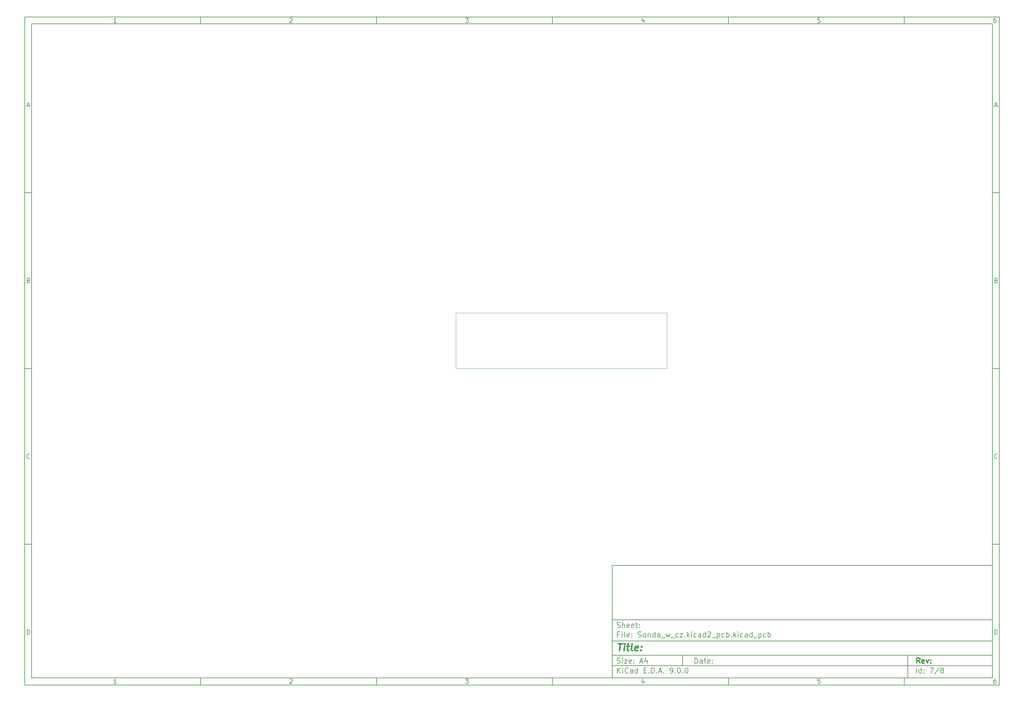
<source format=gm1>
%TF.GenerationSoftware,KiCad,Pcbnew,9.0.0*%
%TF.CreationDate,2025-03-20T15:23:59+01:00*%
%TF.ProjectId,Sonda_w_cz.kicad2_pcb,536f6e64-615f-4775-9f63-7a2e6b696361,rev?*%
%TF.SameCoordinates,Original*%
%TF.FileFunction,Profile,NP*%
%FSLAX46Y46*%
G04 Gerber Fmt 4.6, Leading zero omitted, Abs format (unit mm)*
G04 Created by KiCad (PCBNEW 9.0.0) date 2025-03-20 15:23:59*
%MOMM*%
%LPD*%
G01*
G04 APERTURE LIST*
%ADD10C,0.100000*%
%ADD11C,0.150000*%
%ADD12C,0.300000*%
%ADD13C,0.400000*%
%TA.AperFunction,Profile*%
%ADD14C,0.100000*%
%TD*%
G04 APERTURE END LIST*
D10*
D11*
X177002200Y-166007200D02*
X285002200Y-166007200D01*
X285002200Y-198007200D01*
X177002200Y-198007200D01*
X177002200Y-166007200D01*
D10*
D11*
X10000000Y-10000000D02*
X287002200Y-10000000D01*
X287002200Y-200007200D01*
X10000000Y-200007200D01*
X10000000Y-10000000D01*
D10*
D11*
X12000000Y-12000000D02*
X285002200Y-12000000D01*
X285002200Y-198007200D01*
X12000000Y-198007200D01*
X12000000Y-12000000D01*
D10*
D11*
X60000000Y-12000000D02*
X60000000Y-10000000D01*
D10*
D11*
X110000000Y-12000000D02*
X110000000Y-10000000D01*
D10*
D11*
X160000000Y-12000000D02*
X160000000Y-10000000D01*
D10*
D11*
X210000000Y-12000000D02*
X210000000Y-10000000D01*
D10*
D11*
X260000000Y-12000000D02*
X260000000Y-10000000D01*
D10*
D11*
X36089160Y-11593604D02*
X35346303Y-11593604D01*
X35717731Y-11593604D02*
X35717731Y-10293604D01*
X35717731Y-10293604D02*
X35593922Y-10479319D01*
X35593922Y-10479319D02*
X35470112Y-10603128D01*
X35470112Y-10603128D02*
X35346303Y-10665033D01*
D10*
D11*
X85346303Y-10417414D02*
X85408207Y-10355509D01*
X85408207Y-10355509D02*
X85532017Y-10293604D01*
X85532017Y-10293604D02*
X85841541Y-10293604D01*
X85841541Y-10293604D02*
X85965350Y-10355509D01*
X85965350Y-10355509D02*
X86027255Y-10417414D01*
X86027255Y-10417414D02*
X86089160Y-10541223D01*
X86089160Y-10541223D02*
X86089160Y-10665033D01*
X86089160Y-10665033D02*
X86027255Y-10850747D01*
X86027255Y-10850747D02*
X85284398Y-11593604D01*
X85284398Y-11593604D02*
X86089160Y-11593604D01*
D10*
D11*
X135284398Y-10293604D02*
X136089160Y-10293604D01*
X136089160Y-10293604D02*
X135655826Y-10788842D01*
X135655826Y-10788842D02*
X135841541Y-10788842D01*
X135841541Y-10788842D02*
X135965350Y-10850747D01*
X135965350Y-10850747D02*
X136027255Y-10912652D01*
X136027255Y-10912652D02*
X136089160Y-11036461D01*
X136089160Y-11036461D02*
X136089160Y-11345985D01*
X136089160Y-11345985D02*
X136027255Y-11469795D01*
X136027255Y-11469795D02*
X135965350Y-11531700D01*
X135965350Y-11531700D02*
X135841541Y-11593604D01*
X135841541Y-11593604D02*
X135470112Y-11593604D01*
X135470112Y-11593604D02*
X135346303Y-11531700D01*
X135346303Y-11531700D02*
X135284398Y-11469795D01*
D10*
D11*
X185965350Y-10726938D02*
X185965350Y-11593604D01*
X185655826Y-10231700D02*
X185346303Y-11160271D01*
X185346303Y-11160271D02*
X186151064Y-11160271D01*
D10*
D11*
X236027255Y-10293604D02*
X235408207Y-10293604D01*
X235408207Y-10293604D02*
X235346303Y-10912652D01*
X235346303Y-10912652D02*
X235408207Y-10850747D01*
X235408207Y-10850747D02*
X235532017Y-10788842D01*
X235532017Y-10788842D02*
X235841541Y-10788842D01*
X235841541Y-10788842D02*
X235965350Y-10850747D01*
X235965350Y-10850747D02*
X236027255Y-10912652D01*
X236027255Y-10912652D02*
X236089160Y-11036461D01*
X236089160Y-11036461D02*
X236089160Y-11345985D01*
X236089160Y-11345985D02*
X236027255Y-11469795D01*
X236027255Y-11469795D02*
X235965350Y-11531700D01*
X235965350Y-11531700D02*
X235841541Y-11593604D01*
X235841541Y-11593604D02*
X235532017Y-11593604D01*
X235532017Y-11593604D02*
X235408207Y-11531700D01*
X235408207Y-11531700D02*
X235346303Y-11469795D01*
D10*
D11*
X285965350Y-10293604D02*
X285717731Y-10293604D01*
X285717731Y-10293604D02*
X285593922Y-10355509D01*
X285593922Y-10355509D02*
X285532017Y-10417414D01*
X285532017Y-10417414D02*
X285408207Y-10603128D01*
X285408207Y-10603128D02*
X285346303Y-10850747D01*
X285346303Y-10850747D02*
X285346303Y-11345985D01*
X285346303Y-11345985D02*
X285408207Y-11469795D01*
X285408207Y-11469795D02*
X285470112Y-11531700D01*
X285470112Y-11531700D02*
X285593922Y-11593604D01*
X285593922Y-11593604D02*
X285841541Y-11593604D01*
X285841541Y-11593604D02*
X285965350Y-11531700D01*
X285965350Y-11531700D02*
X286027255Y-11469795D01*
X286027255Y-11469795D02*
X286089160Y-11345985D01*
X286089160Y-11345985D02*
X286089160Y-11036461D01*
X286089160Y-11036461D02*
X286027255Y-10912652D01*
X286027255Y-10912652D02*
X285965350Y-10850747D01*
X285965350Y-10850747D02*
X285841541Y-10788842D01*
X285841541Y-10788842D02*
X285593922Y-10788842D01*
X285593922Y-10788842D02*
X285470112Y-10850747D01*
X285470112Y-10850747D02*
X285408207Y-10912652D01*
X285408207Y-10912652D02*
X285346303Y-11036461D01*
D10*
D11*
X60000000Y-198007200D02*
X60000000Y-200007200D01*
D10*
D11*
X110000000Y-198007200D02*
X110000000Y-200007200D01*
D10*
D11*
X160000000Y-198007200D02*
X160000000Y-200007200D01*
D10*
D11*
X210000000Y-198007200D02*
X210000000Y-200007200D01*
D10*
D11*
X260000000Y-198007200D02*
X260000000Y-200007200D01*
D10*
D11*
X36089160Y-199600804D02*
X35346303Y-199600804D01*
X35717731Y-199600804D02*
X35717731Y-198300804D01*
X35717731Y-198300804D02*
X35593922Y-198486519D01*
X35593922Y-198486519D02*
X35470112Y-198610328D01*
X35470112Y-198610328D02*
X35346303Y-198672233D01*
D10*
D11*
X85346303Y-198424614D02*
X85408207Y-198362709D01*
X85408207Y-198362709D02*
X85532017Y-198300804D01*
X85532017Y-198300804D02*
X85841541Y-198300804D01*
X85841541Y-198300804D02*
X85965350Y-198362709D01*
X85965350Y-198362709D02*
X86027255Y-198424614D01*
X86027255Y-198424614D02*
X86089160Y-198548423D01*
X86089160Y-198548423D02*
X86089160Y-198672233D01*
X86089160Y-198672233D02*
X86027255Y-198857947D01*
X86027255Y-198857947D02*
X85284398Y-199600804D01*
X85284398Y-199600804D02*
X86089160Y-199600804D01*
D10*
D11*
X135284398Y-198300804D02*
X136089160Y-198300804D01*
X136089160Y-198300804D02*
X135655826Y-198796042D01*
X135655826Y-198796042D02*
X135841541Y-198796042D01*
X135841541Y-198796042D02*
X135965350Y-198857947D01*
X135965350Y-198857947D02*
X136027255Y-198919852D01*
X136027255Y-198919852D02*
X136089160Y-199043661D01*
X136089160Y-199043661D02*
X136089160Y-199353185D01*
X136089160Y-199353185D02*
X136027255Y-199476995D01*
X136027255Y-199476995D02*
X135965350Y-199538900D01*
X135965350Y-199538900D02*
X135841541Y-199600804D01*
X135841541Y-199600804D02*
X135470112Y-199600804D01*
X135470112Y-199600804D02*
X135346303Y-199538900D01*
X135346303Y-199538900D02*
X135284398Y-199476995D01*
D10*
D11*
X185965350Y-198734138D02*
X185965350Y-199600804D01*
X185655826Y-198238900D02*
X185346303Y-199167471D01*
X185346303Y-199167471D02*
X186151064Y-199167471D01*
D10*
D11*
X236027255Y-198300804D02*
X235408207Y-198300804D01*
X235408207Y-198300804D02*
X235346303Y-198919852D01*
X235346303Y-198919852D02*
X235408207Y-198857947D01*
X235408207Y-198857947D02*
X235532017Y-198796042D01*
X235532017Y-198796042D02*
X235841541Y-198796042D01*
X235841541Y-198796042D02*
X235965350Y-198857947D01*
X235965350Y-198857947D02*
X236027255Y-198919852D01*
X236027255Y-198919852D02*
X236089160Y-199043661D01*
X236089160Y-199043661D02*
X236089160Y-199353185D01*
X236089160Y-199353185D02*
X236027255Y-199476995D01*
X236027255Y-199476995D02*
X235965350Y-199538900D01*
X235965350Y-199538900D02*
X235841541Y-199600804D01*
X235841541Y-199600804D02*
X235532017Y-199600804D01*
X235532017Y-199600804D02*
X235408207Y-199538900D01*
X235408207Y-199538900D02*
X235346303Y-199476995D01*
D10*
D11*
X285965350Y-198300804D02*
X285717731Y-198300804D01*
X285717731Y-198300804D02*
X285593922Y-198362709D01*
X285593922Y-198362709D02*
X285532017Y-198424614D01*
X285532017Y-198424614D02*
X285408207Y-198610328D01*
X285408207Y-198610328D02*
X285346303Y-198857947D01*
X285346303Y-198857947D02*
X285346303Y-199353185D01*
X285346303Y-199353185D02*
X285408207Y-199476995D01*
X285408207Y-199476995D02*
X285470112Y-199538900D01*
X285470112Y-199538900D02*
X285593922Y-199600804D01*
X285593922Y-199600804D02*
X285841541Y-199600804D01*
X285841541Y-199600804D02*
X285965350Y-199538900D01*
X285965350Y-199538900D02*
X286027255Y-199476995D01*
X286027255Y-199476995D02*
X286089160Y-199353185D01*
X286089160Y-199353185D02*
X286089160Y-199043661D01*
X286089160Y-199043661D02*
X286027255Y-198919852D01*
X286027255Y-198919852D02*
X285965350Y-198857947D01*
X285965350Y-198857947D02*
X285841541Y-198796042D01*
X285841541Y-198796042D02*
X285593922Y-198796042D01*
X285593922Y-198796042D02*
X285470112Y-198857947D01*
X285470112Y-198857947D02*
X285408207Y-198919852D01*
X285408207Y-198919852D02*
X285346303Y-199043661D01*
D10*
D11*
X10000000Y-60000000D02*
X12000000Y-60000000D01*
D10*
D11*
X10000000Y-110000000D02*
X12000000Y-110000000D01*
D10*
D11*
X10000000Y-160000000D02*
X12000000Y-160000000D01*
D10*
D11*
X10690476Y-35222176D02*
X11309523Y-35222176D01*
X10566666Y-35593604D02*
X10999999Y-34293604D01*
X10999999Y-34293604D02*
X11433333Y-35593604D01*
D10*
D11*
X11092857Y-84912652D02*
X11278571Y-84974557D01*
X11278571Y-84974557D02*
X11340476Y-85036461D01*
X11340476Y-85036461D02*
X11402380Y-85160271D01*
X11402380Y-85160271D02*
X11402380Y-85345985D01*
X11402380Y-85345985D02*
X11340476Y-85469795D01*
X11340476Y-85469795D02*
X11278571Y-85531700D01*
X11278571Y-85531700D02*
X11154761Y-85593604D01*
X11154761Y-85593604D02*
X10659523Y-85593604D01*
X10659523Y-85593604D02*
X10659523Y-84293604D01*
X10659523Y-84293604D02*
X11092857Y-84293604D01*
X11092857Y-84293604D02*
X11216666Y-84355509D01*
X11216666Y-84355509D02*
X11278571Y-84417414D01*
X11278571Y-84417414D02*
X11340476Y-84541223D01*
X11340476Y-84541223D02*
X11340476Y-84665033D01*
X11340476Y-84665033D02*
X11278571Y-84788842D01*
X11278571Y-84788842D02*
X11216666Y-84850747D01*
X11216666Y-84850747D02*
X11092857Y-84912652D01*
X11092857Y-84912652D02*
X10659523Y-84912652D01*
D10*
D11*
X11402380Y-135469795D02*
X11340476Y-135531700D01*
X11340476Y-135531700D02*
X11154761Y-135593604D01*
X11154761Y-135593604D02*
X11030952Y-135593604D01*
X11030952Y-135593604D02*
X10845238Y-135531700D01*
X10845238Y-135531700D02*
X10721428Y-135407890D01*
X10721428Y-135407890D02*
X10659523Y-135284080D01*
X10659523Y-135284080D02*
X10597619Y-135036461D01*
X10597619Y-135036461D02*
X10597619Y-134850747D01*
X10597619Y-134850747D02*
X10659523Y-134603128D01*
X10659523Y-134603128D02*
X10721428Y-134479319D01*
X10721428Y-134479319D02*
X10845238Y-134355509D01*
X10845238Y-134355509D02*
X11030952Y-134293604D01*
X11030952Y-134293604D02*
X11154761Y-134293604D01*
X11154761Y-134293604D02*
X11340476Y-134355509D01*
X11340476Y-134355509D02*
X11402380Y-134417414D01*
D10*
D11*
X10659523Y-185593604D02*
X10659523Y-184293604D01*
X10659523Y-184293604D02*
X10969047Y-184293604D01*
X10969047Y-184293604D02*
X11154761Y-184355509D01*
X11154761Y-184355509D02*
X11278571Y-184479319D01*
X11278571Y-184479319D02*
X11340476Y-184603128D01*
X11340476Y-184603128D02*
X11402380Y-184850747D01*
X11402380Y-184850747D02*
X11402380Y-185036461D01*
X11402380Y-185036461D02*
X11340476Y-185284080D01*
X11340476Y-185284080D02*
X11278571Y-185407890D01*
X11278571Y-185407890D02*
X11154761Y-185531700D01*
X11154761Y-185531700D02*
X10969047Y-185593604D01*
X10969047Y-185593604D02*
X10659523Y-185593604D01*
D10*
D11*
X287002200Y-60000000D02*
X285002200Y-60000000D01*
D10*
D11*
X287002200Y-110000000D02*
X285002200Y-110000000D01*
D10*
D11*
X287002200Y-160000000D02*
X285002200Y-160000000D01*
D10*
D11*
X285692676Y-35222176D02*
X286311723Y-35222176D01*
X285568866Y-35593604D02*
X286002199Y-34293604D01*
X286002199Y-34293604D02*
X286435533Y-35593604D01*
D10*
D11*
X286095057Y-84912652D02*
X286280771Y-84974557D01*
X286280771Y-84974557D02*
X286342676Y-85036461D01*
X286342676Y-85036461D02*
X286404580Y-85160271D01*
X286404580Y-85160271D02*
X286404580Y-85345985D01*
X286404580Y-85345985D02*
X286342676Y-85469795D01*
X286342676Y-85469795D02*
X286280771Y-85531700D01*
X286280771Y-85531700D02*
X286156961Y-85593604D01*
X286156961Y-85593604D02*
X285661723Y-85593604D01*
X285661723Y-85593604D02*
X285661723Y-84293604D01*
X285661723Y-84293604D02*
X286095057Y-84293604D01*
X286095057Y-84293604D02*
X286218866Y-84355509D01*
X286218866Y-84355509D02*
X286280771Y-84417414D01*
X286280771Y-84417414D02*
X286342676Y-84541223D01*
X286342676Y-84541223D02*
X286342676Y-84665033D01*
X286342676Y-84665033D02*
X286280771Y-84788842D01*
X286280771Y-84788842D02*
X286218866Y-84850747D01*
X286218866Y-84850747D02*
X286095057Y-84912652D01*
X286095057Y-84912652D02*
X285661723Y-84912652D01*
D10*
D11*
X286404580Y-135469795D02*
X286342676Y-135531700D01*
X286342676Y-135531700D02*
X286156961Y-135593604D01*
X286156961Y-135593604D02*
X286033152Y-135593604D01*
X286033152Y-135593604D02*
X285847438Y-135531700D01*
X285847438Y-135531700D02*
X285723628Y-135407890D01*
X285723628Y-135407890D02*
X285661723Y-135284080D01*
X285661723Y-135284080D02*
X285599819Y-135036461D01*
X285599819Y-135036461D02*
X285599819Y-134850747D01*
X285599819Y-134850747D02*
X285661723Y-134603128D01*
X285661723Y-134603128D02*
X285723628Y-134479319D01*
X285723628Y-134479319D02*
X285847438Y-134355509D01*
X285847438Y-134355509D02*
X286033152Y-134293604D01*
X286033152Y-134293604D02*
X286156961Y-134293604D01*
X286156961Y-134293604D02*
X286342676Y-134355509D01*
X286342676Y-134355509D02*
X286404580Y-134417414D01*
D10*
D11*
X285661723Y-185593604D02*
X285661723Y-184293604D01*
X285661723Y-184293604D02*
X285971247Y-184293604D01*
X285971247Y-184293604D02*
X286156961Y-184355509D01*
X286156961Y-184355509D02*
X286280771Y-184479319D01*
X286280771Y-184479319D02*
X286342676Y-184603128D01*
X286342676Y-184603128D02*
X286404580Y-184850747D01*
X286404580Y-184850747D02*
X286404580Y-185036461D01*
X286404580Y-185036461D02*
X286342676Y-185284080D01*
X286342676Y-185284080D02*
X286280771Y-185407890D01*
X286280771Y-185407890D02*
X286156961Y-185531700D01*
X286156961Y-185531700D02*
X285971247Y-185593604D01*
X285971247Y-185593604D02*
X285661723Y-185593604D01*
D10*
D11*
X200458026Y-193793328D02*
X200458026Y-192293328D01*
X200458026Y-192293328D02*
X200815169Y-192293328D01*
X200815169Y-192293328D02*
X201029455Y-192364757D01*
X201029455Y-192364757D02*
X201172312Y-192507614D01*
X201172312Y-192507614D02*
X201243741Y-192650471D01*
X201243741Y-192650471D02*
X201315169Y-192936185D01*
X201315169Y-192936185D02*
X201315169Y-193150471D01*
X201315169Y-193150471D02*
X201243741Y-193436185D01*
X201243741Y-193436185D02*
X201172312Y-193579042D01*
X201172312Y-193579042D02*
X201029455Y-193721900D01*
X201029455Y-193721900D02*
X200815169Y-193793328D01*
X200815169Y-193793328D02*
X200458026Y-193793328D01*
X202600884Y-193793328D02*
X202600884Y-193007614D01*
X202600884Y-193007614D02*
X202529455Y-192864757D01*
X202529455Y-192864757D02*
X202386598Y-192793328D01*
X202386598Y-192793328D02*
X202100884Y-192793328D01*
X202100884Y-192793328D02*
X201958026Y-192864757D01*
X202600884Y-193721900D02*
X202458026Y-193793328D01*
X202458026Y-193793328D02*
X202100884Y-193793328D01*
X202100884Y-193793328D02*
X201958026Y-193721900D01*
X201958026Y-193721900D02*
X201886598Y-193579042D01*
X201886598Y-193579042D02*
X201886598Y-193436185D01*
X201886598Y-193436185D02*
X201958026Y-193293328D01*
X201958026Y-193293328D02*
X202100884Y-193221900D01*
X202100884Y-193221900D02*
X202458026Y-193221900D01*
X202458026Y-193221900D02*
X202600884Y-193150471D01*
X203100884Y-192793328D02*
X203672312Y-192793328D01*
X203315169Y-192293328D02*
X203315169Y-193579042D01*
X203315169Y-193579042D02*
X203386598Y-193721900D01*
X203386598Y-193721900D02*
X203529455Y-193793328D01*
X203529455Y-193793328D02*
X203672312Y-193793328D01*
X204743741Y-193721900D02*
X204600884Y-193793328D01*
X204600884Y-193793328D02*
X204315170Y-193793328D01*
X204315170Y-193793328D02*
X204172312Y-193721900D01*
X204172312Y-193721900D02*
X204100884Y-193579042D01*
X204100884Y-193579042D02*
X204100884Y-193007614D01*
X204100884Y-193007614D02*
X204172312Y-192864757D01*
X204172312Y-192864757D02*
X204315170Y-192793328D01*
X204315170Y-192793328D02*
X204600884Y-192793328D01*
X204600884Y-192793328D02*
X204743741Y-192864757D01*
X204743741Y-192864757D02*
X204815170Y-193007614D01*
X204815170Y-193007614D02*
X204815170Y-193150471D01*
X204815170Y-193150471D02*
X204100884Y-193293328D01*
X205458026Y-193650471D02*
X205529455Y-193721900D01*
X205529455Y-193721900D02*
X205458026Y-193793328D01*
X205458026Y-193793328D02*
X205386598Y-193721900D01*
X205386598Y-193721900D02*
X205458026Y-193650471D01*
X205458026Y-193650471D02*
X205458026Y-193793328D01*
X205458026Y-192864757D02*
X205529455Y-192936185D01*
X205529455Y-192936185D02*
X205458026Y-193007614D01*
X205458026Y-193007614D02*
X205386598Y-192936185D01*
X205386598Y-192936185D02*
X205458026Y-192864757D01*
X205458026Y-192864757D02*
X205458026Y-193007614D01*
D10*
D11*
X177002200Y-194507200D02*
X285002200Y-194507200D01*
D10*
D11*
X178458026Y-196593328D02*
X178458026Y-195093328D01*
X179315169Y-196593328D02*
X178672312Y-195736185D01*
X179315169Y-195093328D02*
X178458026Y-195950471D01*
X179958026Y-196593328D02*
X179958026Y-195593328D01*
X179958026Y-195093328D02*
X179886598Y-195164757D01*
X179886598Y-195164757D02*
X179958026Y-195236185D01*
X179958026Y-195236185D02*
X180029455Y-195164757D01*
X180029455Y-195164757D02*
X179958026Y-195093328D01*
X179958026Y-195093328D02*
X179958026Y-195236185D01*
X181529455Y-196450471D02*
X181458027Y-196521900D01*
X181458027Y-196521900D02*
X181243741Y-196593328D01*
X181243741Y-196593328D02*
X181100884Y-196593328D01*
X181100884Y-196593328D02*
X180886598Y-196521900D01*
X180886598Y-196521900D02*
X180743741Y-196379042D01*
X180743741Y-196379042D02*
X180672312Y-196236185D01*
X180672312Y-196236185D02*
X180600884Y-195950471D01*
X180600884Y-195950471D02*
X180600884Y-195736185D01*
X180600884Y-195736185D02*
X180672312Y-195450471D01*
X180672312Y-195450471D02*
X180743741Y-195307614D01*
X180743741Y-195307614D02*
X180886598Y-195164757D01*
X180886598Y-195164757D02*
X181100884Y-195093328D01*
X181100884Y-195093328D02*
X181243741Y-195093328D01*
X181243741Y-195093328D02*
X181458027Y-195164757D01*
X181458027Y-195164757D02*
X181529455Y-195236185D01*
X182815170Y-196593328D02*
X182815170Y-195807614D01*
X182815170Y-195807614D02*
X182743741Y-195664757D01*
X182743741Y-195664757D02*
X182600884Y-195593328D01*
X182600884Y-195593328D02*
X182315170Y-195593328D01*
X182315170Y-195593328D02*
X182172312Y-195664757D01*
X182815170Y-196521900D02*
X182672312Y-196593328D01*
X182672312Y-196593328D02*
X182315170Y-196593328D01*
X182315170Y-196593328D02*
X182172312Y-196521900D01*
X182172312Y-196521900D02*
X182100884Y-196379042D01*
X182100884Y-196379042D02*
X182100884Y-196236185D01*
X182100884Y-196236185D02*
X182172312Y-196093328D01*
X182172312Y-196093328D02*
X182315170Y-196021900D01*
X182315170Y-196021900D02*
X182672312Y-196021900D01*
X182672312Y-196021900D02*
X182815170Y-195950471D01*
X184172313Y-196593328D02*
X184172313Y-195093328D01*
X184172313Y-196521900D02*
X184029455Y-196593328D01*
X184029455Y-196593328D02*
X183743741Y-196593328D01*
X183743741Y-196593328D02*
X183600884Y-196521900D01*
X183600884Y-196521900D02*
X183529455Y-196450471D01*
X183529455Y-196450471D02*
X183458027Y-196307614D01*
X183458027Y-196307614D02*
X183458027Y-195879042D01*
X183458027Y-195879042D02*
X183529455Y-195736185D01*
X183529455Y-195736185D02*
X183600884Y-195664757D01*
X183600884Y-195664757D02*
X183743741Y-195593328D01*
X183743741Y-195593328D02*
X184029455Y-195593328D01*
X184029455Y-195593328D02*
X184172313Y-195664757D01*
X186029455Y-195807614D02*
X186529455Y-195807614D01*
X186743741Y-196593328D02*
X186029455Y-196593328D01*
X186029455Y-196593328D02*
X186029455Y-195093328D01*
X186029455Y-195093328D02*
X186743741Y-195093328D01*
X187386598Y-196450471D02*
X187458027Y-196521900D01*
X187458027Y-196521900D02*
X187386598Y-196593328D01*
X187386598Y-196593328D02*
X187315170Y-196521900D01*
X187315170Y-196521900D02*
X187386598Y-196450471D01*
X187386598Y-196450471D02*
X187386598Y-196593328D01*
X188100884Y-196593328D02*
X188100884Y-195093328D01*
X188100884Y-195093328D02*
X188458027Y-195093328D01*
X188458027Y-195093328D02*
X188672313Y-195164757D01*
X188672313Y-195164757D02*
X188815170Y-195307614D01*
X188815170Y-195307614D02*
X188886599Y-195450471D01*
X188886599Y-195450471D02*
X188958027Y-195736185D01*
X188958027Y-195736185D02*
X188958027Y-195950471D01*
X188958027Y-195950471D02*
X188886599Y-196236185D01*
X188886599Y-196236185D02*
X188815170Y-196379042D01*
X188815170Y-196379042D02*
X188672313Y-196521900D01*
X188672313Y-196521900D02*
X188458027Y-196593328D01*
X188458027Y-196593328D02*
X188100884Y-196593328D01*
X189600884Y-196450471D02*
X189672313Y-196521900D01*
X189672313Y-196521900D02*
X189600884Y-196593328D01*
X189600884Y-196593328D02*
X189529456Y-196521900D01*
X189529456Y-196521900D02*
X189600884Y-196450471D01*
X189600884Y-196450471D02*
X189600884Y-196593328D01*
X190243742Y-196164757D02*
X190958028Y-196164757D01*
X190100885Y-196593328D02*
X190600885Y-195093328D01*
X190600885Y-195093328D02*
X191100885Y-196593328D01*
X191600884Y-196450471D02*
X191672313Y-196521900D01*
X191672313Y-196521900D02*
X191600884Y-196593328D01*
X191600884Y-196593328D02*
X191529456Y-196521900D01*
X191529456Y-196521900D02*
X191600884Y-196450471D01*
X191600884Y-196450471D02*
X191600884Y-196593328D01*
X193529456Y-196593328D02*
X193815170Y-196593328D01*
X193815170Y-196593328D02*
X193958027Y-196521900D01*
X193958027Y-196521900D02*
X194029456Y-196450471D01*
X194029456Y-196450471D02*
X194172313Y-196236185D01*
X194172313Y-196236185D02*
X194243742Y-195950471D01*
X194243742Y-195950471D02*
X194243742Y-195379042D01*
X194243742Y-195379042D02*
X194172313Y-195236185D01*
X194172313Y-195236185D02*
X194100885Y-195164757D01*
X194100885Y-195164757D02*
X193958027Y-195093328D01*
X193958027Y-195093328D02*
X193672313Y-195093328D01*
X193672313Y-195093328D02*
X193529456Y-195164757D01*
X193529456Y-195164757D02*
X193458027Y-195236185D01*
X193458027Y-195236185D02*
X193386599Y-195379042D01*
X193386599Y-195379042D02*
X193386599Y-195736185D01*
X193386599Y-195736185D02*
X193458027Y-195879042D01*
X193458027Y-195879042D02*
X193529456Y-195950471D01*
X193529456Y-195950471D02*
X193672313Y-196021900D01*
X193672313Y-196021900D02*
X193958027Y-196021900D01*
X193958027Y-196021900D02*
X194100885Y-195950471D01*
X194100885Y-195950471D02*
X194172313Y-195879042D01*
X194172313Y-195879042D02*
X194243742Y-195736185D01*
X194886598Y-196450471D02*
X194958027Y-196521900D01*
X194958027Y-196521900D02*
X194886598Y-196593328D01*
X194886598Y-196593328D02*
X194815170Y-196521900D01*
X194815170Y-196521900D02*
X194886598Y-196450471D01*
X194886598Y-196450471D02*
X194886598Y-196593328D01*
X195886599Y-195093328D02*
X196029456Y-195093328D01*
X196029456Y-195093328D02*
X196172313Y-195164757D01*
X196172313Y-195164757D02*
X196243742Y-195236185D01*
X196243742Y-195236185D02*
X196315170Y-195379042D01*
X196315170Y-195379042D02*
X196386599Y-195664757D01*
X196386599Y-195664757D02*
X196386599Y-196021900D01*
X196386599Y-196021900D02*
X196315170Y-196307614D01*
X196315170Y-196307614D02*
X196243742Y-196450471D01*
X196243742Y-196450471D02*
X196172313Y-196521900D01*
X196172313Y-196521900D02*
X196029456Y-196593328D01*
X196029456Y-196593328D02*
X195886599Y-196593328D01*
X195886599Y-196593328D02*
X195743742Y-196521900D01*
X195743742Y-196521900D02*
X195672313Y-196450471D01*
X195672313Y-196450471D02*
X195600884Y-196307614D01*
X195600884Y-196307614D02*
X195529456Y-196021900D01*
X195529456Y-196021900D02*
X195529456Y-195664757D01*
X195529456Y-195664757D02*
X195600884Y-195379042D01*
X195600884Y-195379042D02*
X195672313Y-195236185D01*
X195672313Y-195236185D02*
X195743742Y-195164757D01*
X195743742Y-195164757D02*
X195886599Y-195093328D01*
X197029455Y-196450471D02*
X197100884Y-196521900D01*
X197100884Y-196521900D02*
X197029455Y-196593328D01*
X197029455Y-196593328D02*
X196958027Y-196521900D01*
X196958027Y-196521900D02*
X197029455Y-196450471D01*
X197029455Y-196450471D02*
X197029455Y-196593328D01*
X198029456Y-195093328D02*
X198172313Y-195093328D01*
X198172313Y-195093328D02*
X198315170Y-195164757D01*
X198315170Y-195164757D02*
X198386599Y-195236185D01*
X198386599Y-195236185D02*
X198458027Y-195379042D01*
X198458027Y-195379042D02*
X198529456Y-195664757D01*
X198529456Y-195664757D02*
X198529456Y-196021900D01*
X198529456Y-196021900D02*
X198458027Y-196307614D01*
X198458027Y-196307614D02*
X198386599Y-196450471D01*
X198386599Y-196450471D02*
X198315170Y-196521900D01*
X198315170Y-196521900D02*
X198172313Y-196593328D01*
X198172313Y-196593328D02*
X198029456Y-196593328D01*
X198029456Y-196593328D02*
X197886599Y-196521900D01*
X197886599Y-196521900D02*
X197815170Y-196450471D01*
X197815170Y-196450471D02*
X197743741Y-196307614D01*
X197743741Y-196307614D02*
X197672313Y-196021900D01*
X197672313Y-196021900D02*
X197672313Y-195664757D01*
X197672313Y-195664757D02*
X197743741Y-195379042D01*
X197743741Y-195379042D02*
X197815170Y-195236185D01*
X197815170Y-195236185D02*
X197886599Y-195164757D01*
X197886599Y-195164757D02*
X198029456Y-195093328D01*
D10*
D11*
X177002200Y-191507200D02*
X285002200Y-191507200D01*
D10*
D12*
X264413853Y-193785528D02*
X263913853Y-193071242D01*
X263556710Y-193785528D02*
X263556710Y-192285528D01*
X263556710Y-192285528D02*
X264128139Y-192285528D01*
X264128139Y-192285528D02*
X264270996Y-192356957D01*
X264270996Y-192356957D02*
X264342425Y-192428385D01*
X264342425Y-192428385D02*
X264413853Y-192571242D01*
X264413853Y-192571242D02*
X264413853Y-192785528D01*
X264413853Y-192785528D02*
X264342425Y-192928385D01*
X264342425Y-192928385D02*
X264270996Y-192999814D01*
X264270996Y-192999814D02*
X264128139Y-193071242D01*
X264128139Y-193071242D02*
X263556710Y-193071242D01*
X265628139Y-193714100D02*
X265485282Y-193785528D01*
X265485282Y-193785528D02*
X265199568Y-193785528D01*
X265199568Y-193785528D02*
X265056710Y-193714100D01*
X265056710Y-193714100D02*
X264985282Y-193571242D01*
X264985282Y-193571242D02*
X264985282Y-192999814D01*
X264985282Y-192999814D02*
X265056710Y-192856957D01*
X265056710Y-192856957D02*
X265199568Y-192785528D01*
X265199568Y-192785528D02*
X265485282Y-192785528D01*
X265485282Y-192785528D02*
X265628139Y-192856957D01*
X265628139Y-192856957D02*
X265699568Y-192999814D01*
X265699568Y-192999814D02*
X265699568Y-193142671D01*
X265699568Y-193142671D02*
X264985282Y-193285528D01*
X266199567Y-192785528D02*
X266556710Y-193785528D01*
X266556710Y-193785528D02*
X266913853Y-192785528D01*
X267485281Y-193642671D02*
X267556710Y-193714100D01*
X267556710Y-193714100D02*
X267485281Y-193785528D01*
X267485281Y-193785528D02*
X267413853Y-193714100D01*
X267413853Y-193714100D02*
X267485281Y-193642671D01*
X267485281Y-193642671D02*
X267485281Y-193785528D01*
X267485281Y-192856957D02*
X267556710Y-192928385D01*
X267556710Y-192928385D02*
X267485281Y-192999814D01*
X267485281Y-192999814D02*
X267413853Y-192928385D01*
X267413853Y-192928385D02*
X267485281Y-192856957D01*
X267485281Y-192856957D02*
X267485281Y-192999814D01*
D10*
D11*
X178386598Y-193721900D02*
X178600884Y-193793328D01*
X178600884Y-193793328D02*
X178958026Y-193793328D01*
X178958026Y-193793328D02*
X179100884Y-193721900D01*
X179100884Y-193721900D02*
X179172312Y-193650471D01*
X179172312Y-193650471D02*
X179243741Y-193507614D01*
X179243741Y-193507614D02*
X179243741Y-193364757D01*
X179243741Y-193364757D02*
X179172312Y-193221900D01*
X179172312Y-193221900D02*
X179100884Y-193150471D01*
X179100884Y-193150471D02*
X178958026Y-193079042D01*
X178958026Y-193079042D02*
X178672312Y-193007614D01*
X178672312Y-193007614D02*
X178529455Y-192936185D01*
X178529455Y-192936185D02*
X178458026Y-192864757D01*
X178458026Y-192864757D02*
X178386598Y-192721900D01*
X178386598Y-192721900D02*
X178386598Y-192579042D01*
X178386598Y-192579042D02*
X178458026Y-192436185D01*
X178458026Y-192436185D02*
X178529455Y-192364757D01*
X178529455Y-192364757D02*
X178672312Y-192293328D01*
X178672312Y-192293328D02*
X179029455Y-192293328D01*
X179029455Y-192293328D02*
X179243741Y-192364757D01*
X179886597Y-193793328D02*
X179886597Y-192793328D01*
X179886597Y-192293328D02*
X179815169Y-192364757D01*
X179815169Y-192364757D02*
X179886597Y-192436185D01*
X179886597Y-192436185D02*
X179958026Y-192364757D01*
X179958026Y-192364757D02*
X179886597Y-192293328D01*
X179886597Y-192293328D02*
X179886597Y-192436185D01*
X180458026Y-192793328D02*
X181243741Y-192793328D01*
X181243741Y-192793328D02*
X180458026Y-193793328D01*
X180458026Y-193793328D02*
X181243741Y-193793328D01*
X182386598Y-193721900D02*
X182243741Y-193793328D01*
X182243741Y-193793328D02*
X181958027Y-193793328D01*
X181958027Y-193793328D02*
X181815169Y-193721900D01*
X181815169Y-193721900D02*
X181743741Y-193579042D01*
X181743741Y-193579042D02*
X181743741Y-193007614D01*
X181743741Y-193007614D02*
X181815169Y-192864757D01*
X181815169Y-192864757D02*
X181958027Y-192793328D01*
X181958027Y-192793328D02*
X182243741Y-192793328D01*
X182243741Y-192793328D02*
X182386598Y-192864757D01*
X182386598Y-192864757D02*
X182458027Y-193007614D01*
X182458027Y-193007614D02*
X182458027Y-193150471D01*
X182458027Y-193150471D02*
X181743741Y-193293328D01*
X183100883Y-193650471D02*
X183172312Y-193721900D01*
X183172312Y-193721900D02*
X183100883Y-193793328D01*
X183100883Y-193793328D02*
X183029455Y-193721900D01*
X183029455Y-193721900D02*
X183100883Y-193650471D01*
X183100883Y-193650471D02*
X183100883Y-193793328D01*
X183100883Y-192864757D02*
X183172312Y-192936185D01*
X183172312Y-192936185D02*
X183100883Y-193007614D01*
X183100883Y-193007614D02*
X183029455Y-192936185D01*
X183029455Y-192936185D02*
X183100883Y-192864757D01*
X183100883Y-192864757D02*
X183100883Y-193007614D01*
X184886598Y-193364757D02*
X185600884Y-193364757D01*
X184743741Y-193793328D02*
X185243741Y-192293328D01*
X185243741Y-192293328D02*
X185743741Y-193793328D01*
X186886598Y-192793328D02*
X186886598Y-193793328D01*
X186529455Y-192221900D02*
X186172312Y-193293328D01*
X186172312Y-193293328D02*
X187100883Y-193293328D01*
D10*
D11*
X263458026Y-196593328D02*
X263458026Y-195093328D01*
X264815170Y-196593328D02*
X264815170Y-195093328D01*
X264815170Y-196521900D02*
X264672312Y-196593328D01*
X264672312Y-196593328D02*
X264386598Y-196593328D01*
X264386598Y-196593328D02*
X264243741Y-196521900D01*
X264243741Y-196521900D02*
X264172312Y-196450471D01*
X264172312Y-196450471D02*
X264100884Y-196307614D01*
X264100884Y-196307614D02*
X264100884Y-195879042D01*
X264100884Y-195879042D02*
X264172312Y-195736185D01*
X264172312Y-195736185D02*
X264243741Y-195664757D01*
X264243741Y-195664757D02*
X264386598Y-195593328D01*
X264386598Y-195593328D02*
X264672312Y-195593328D01*
X264672312Y-195593328D02*
X264815170Y-195664757D01*
X265529455Y-196450471D02*
X265600884Y-196521900D01*
X265600884Y-196521900D02*
X265529455Y-196593328D01*
X265529455Y-196593328D02*
X265458027Y-196521900D01*
X265458027Y-196521900D02*
X265529455Y-196450471D01*
X265529455Y-196450471D02*
X265529455Y-196593328D01*
X265529455Y-195664757D02*
X265600884Y-195736185D01*
X265600884Y-195736185D02*
X265529455Y-195807614D01*
X265529455Y-195807614D02*
X265458027Y-195736185D01*
X265458027Y-195736185D02*
X265529455Y-195664757D01*
X265529455Y-195664757D02*
X265529455Y-195807614D01*
X267243741Y-195093328D02*
X268243741Y-195093328D01*
X268243741Y-195093328D02*
X267600884Y-196593328D01*
X269886598Y-195021900D02*
X268600884Y-196950471D01*
X270600884Y-195736185D02*
X270458027Y-195664757D01*
X270458027Y-195664757D02*
X270386598Y-195593328D01*
X270386598Y-195593328D02*
X270315170Y-195450471D01*
X270315170Y-195450471D02*
X270315170Y-195379042D01*
X270315170Y-195379042D02*
X270386598Y-195236185D01*
X270386598Y-195236185D02*
X270458027Y-195164757D01*
X270458027Y-195164757D02*
X270600884Y-195093328D01*
X270600884Y-195093328D02*
X270886598Y-195093328D01*
X270886598Y-195093328D02*
X271029456Y-195164757D01*
X271029456Y-195164757D02*
X271100884Y-195236185D01*
X271100884Y-195236185D02*
X271172313Y-195379042D01*
X271172313Y-195379042D02*
X271172313Y-195450471D01*
X271172313Y-195450471D02*
X271100884Y-195593328D01*
X271100884Y-195593328D02*
X271029456Y-195664757D01*
X271029456Y-195664757D02*
X270886598Y-195736185D01*
X270886598Y-195736185D02*
X270600884Y-195736185D01*
X270600884Y-195736185D02*
X270458027Y-195807614D01*
X270458027Y-195807614D02*
X270386598Y-195879042D01*
X270386598Y-195879042D02*
X270315170Y-196021900D01*
X270315170Y-196021900D02*
X270315170Y-196307614D01*
X270315170Y-196307614D02*
X270386598Y-196450471D01*
X270386598Y-196450471D02*
X270458027Y-196521900D01*
X270458027Y-196521900D02*
X270600884Y-196593328D01*
X270600884Y-196593328D02*
X270886598Y-196593328D01*
X270886598Y-196593328D02*
X271029456Y-196521900D01*
X271029456Y-196521900D02*
X271100884Y-196450471D01*
X271100884Y-196450471D02*
X271172313Y-196307614D01*
X271172313Y-196307614D02*
X271172313Y-196021900D01*
X271172313Y-196021900D02*
X271100884Y-195879042D01*
X271100884Y-195879042D02*
X271029456Y-195807614D01*
X271029456Y-195807614D02*
X270886598Y-195736185D01*
D10*
D11*
X177002200Y-187507200D02*
X285002200Y-187507200D01*
D10*
D13*
X178693928Y-188211638D02*
X179836785Y-188211638D01*
X179015357Y-190211638D02*
X179265357Y-188211638D01*
X180253452Y-190211638D02*
X180420119Y-188878304D01*
X180503452Y-188211638D02*
X180396309Y-188306876D01*
X180396309Y-188306876D02*
X180479643Y-188402114D01*
X180479643Y-188402114D02*
X180586786Y-188306876D01*
X180586786Y-188306876D02*
X180503452Y-188211638D01*
X180503452Y-188211638D02*
X180479643Y-188402114D01*
X181086786Y-188878304D02*
X181848690Y-188878304D01*
X181455833Y-188211638D02*
X181241548Y-189925923D01*
X181241548Y-189925923D02*
X181312976Y-190116400D01*
X181312976Y-190116400D02*
X181491548Y-190211638D01*
X181491548Y-190211638D02*
X181682024Y-190211638D01*
X182634405Y-190211638D02*
X182455833Y-190116400D01*
X182455833Y-190116400D02*
X182384405Y-189925923D01*
X182384405Y-189925923D02*
X182598690Y-188211638D01*
X184170119Y-190116400D02*
X183967738Y-190211638D01*
X183967738Y-190211638D02*
X183586785Y-190211638D01*
X183586785Y-190211638D02*
X183408214Y-190116400D01*
X183408214Y-190116400D02*
X183336785Y-189925923D01*
X183336785Y-189925923D02*
X183432024Y-189164019D01*
X183432024Y-189164019D02*
X183551071Y-188973542D01*
X183551071Y-188973542D02*
X183753452Y-188878304D01*
X183753452Y-188878304D02*
X184134404Y-188878304D01*
X184134404Y-188878304D02*
X184312976Y-188973542D01*
X184312976Y-188973542D02*
X184384404Y-189164019D01*
X184384404Y-189164019D02*
X184360595Y-189354495D01*
X184360595Y-189354495D02*
X183384404Y-189544971D01*
X185134405Y-190021161D02*
X185217738Y-190116400D01*
X185217738Y-190116400D02*
X185110595Y-190211638D01*
X185110595Y-190211638D02*
X185027262Y-190116400D01*
X185027262Y-190116400D02*
X185134405Y-190021161D01*
X185134405Y-190021161D02*
X185110595Y-190211638D01*
X185265357Y-188973542D02*
X185348690Y-189068780D01*
X185348690Y-189068780D02*
X185241548Y-189164019D01*
X185241548Y-189164019D02*
X185158214Y-189068780D01*
X185158214Y-189068780D02*
X185265357Y-188973542D01*
X185265357Y-188973542D02*
X185241548Y-189164019D01*
D10*
D11*
X178958026Y-185607614D02*
X178458026Y-185607614D01*
X178458026Y-186393328D02*
X178458026Y-184893328D01*
X178458026Y-184893328D02*
X179172312Y-184893328D01*
X179743740Y-186393328D02*
X179743740Y-185393328D01*
X179743740Y-184893328D02*
X179672312Y-184964757D01*
X179672312Y-184964757D02*
X179743740Y-185036185D01*
X179743740Y-185036185D02*
X179815169Y-184964757D01*
X179815169Y-184964757D02*
X179743740Y-184893328D01*
X179743740Y-184893328D02*
X179743740Y-185036185D01*
X180672312Y-186393328D02*
X180529455Y-186321900D01*
X180529455Y-186321900D02*
X180458026Y-186179042D01*
X180458026Y-186179042D02*
X180458026Y-184893328D01*
X181815169Y-186321900D02*
X181672312Y-186393328D01*
X181672312Y-186393328D02*
X181386598Y-186393328D01*
X181386598Y-186393328D02*
X181243740Y-186321900D01*
X181243740Y-186321900D02*
X181172312Y-186179042D01*
X181172312Y-186179042D02*
X181172312Y-185607614D01*
X181172312Y-185607614D02*
X181243740Y-185464757D01*
X181243740Y-185464757D02*
X181386598Y-185393328D01*
X181386598Y-185393328D02*
X181672312Y-185393328D01*
X181672312Y-185393328D02*
X181815169Y-185464757D01*
X181815169Y-185464757D02*
X181886598Y-185607614D01*
X181886598Y-185607614D02*
X181886598Y-185750471D01*
X181886598Y-185750471D02*
X181172312Y-185893328D01*
X182529454Y-186250471D02*
X182600883Y-186321900D01*
X182600883Y-186321900D02*
X182529454Y-186393328D01*
X182529454Y-186393328D02*
X182458026Y-186321900D01*
X182458026Y-186321900D02*
X182529454Y-186250471D01*
X182529454Y-186250471D02*
X182529454Y-186393328D01*
X182529454Y-185464757D02*
X182600883Y-185536185D01*
X182600883Y-185536185D02*
X182529454Y-185607614D01*
X182529454Y-185607614D02*
X182458026Y-185536185D01*
X182458026Y-185536185D02*
X182529454Y-185464757D01*
X182529454Y-185464757D02*
X182529454Y-185607614D01*
X184315169Y-186321900D02*
X184529455Y-186393328D01*
X184529455Y-186393328D02*
X184886597Y-186393328D01*
X184886597Y-186393328D02*
X185029455Y-186321900D01*
X185029455Y-186321900D02*
X185100883Y-186250471D01*
X185100883Y-186250471D02*
X185172312Y-186107614D01*
X185172312Y-186107614D02*
X185172312Y-185964757D01*
X185172312Y-185964757D02*
X185100883Y-185821900D01*
X185100883Y-185821900D02*
X185029455Y-185750471D01*
X185029455Y-185750471D02*
X184886597Y-185679042D01*
X184886597Y-185679042D02*
X184600883Y-185607614D01*
X184600883Y-185607614D02*
X184458026Y-185536185D01*
X184458026Y-185536185D02*
X184386597Y-185464757D01*
X184386597Y-185464757D02*
X184315169Y-185321900D01*
X184315169Y-185321900D02*
X184315169Y-185179042D01*
X184315169Y-185179042D02*
X184386597Y-185036185D01*
X184386597Y-185036185D02*
X184458026Y-184964757D01*
X184458026Y-184964757D02*
X184600883Y-184893328D01*
X184600883Y-184893328D02*
X184958026Y-184893328D01*
X184958026Y-184893328D02*
X185172312Y-184964757D01*
X186029454Y-186393328D02*
X185886597Y-186321900D01*
X185886597Y-186321900D02*
X185815168Y-186250471D01*
X185815168Y-186250471D02*
X185743740Y-186107614D01*
X185743740Y-186107614D02*
X185743740Y-185679042D01*
X185743740Y-185679042D02*
X185815168Y-185536185D01*
X185815168Y-185536185D02*
X185886597Y-185464757D01*
X185886597Y-185464757D02*
X186029454Y-185393328D01*
X186029454Y-185393328D02*
X186243740Y-185393328D01*
X186243740Y-185393328D02*
X186386597Y-185464757D01*
X186386597Y-185464757D02*
X186458026Y-185536185D01*
X186458026Y-185536185D02*
X186529454Y-185679042D01*
X186529454Y-185679042D02*
X186529454Y-186107614D01*
X186529454Y-186107614D02*
X186458026Y-186250471D01*
X186458026Y-186250471D02*
X186386597Y-186321900D01*
X186386597Y-186321900D02*
X186243740Y-186393328D01*
X186243740Y-186393328D02*
X186029454Y-186393328D01*
X187172311Y-185393328D02*
X187172311Y-186393328D01*
X187172311Y-185536185D02*
X187243740Y-185464757D01*
X187243740Y-185464757D02*
X187386597Y-185393328D01*
X187386597Y-185393328D02*
X187600883Y-185393328D01*
X187600883Y-185393328D02*
X187743740Y-185464757D01*
X187743740Y-185464757D02*
X187815169Y-185607614D01*
X187815169Y-185607614D02*
X187815169Y-186393328D01*
X189172312Y-186393328D02*
X189172312Y-184893328D01*
X189172312Y-186321900D02*
X189029454Y-186393328D01*
X189029454Y-186393328D02*
X188743740Y-186393328D01*
X188743740Y-186393328D02*
X188600883Y-186321900D01*
X188600883Y-186321900D02*
X188529454Y-186250471D01*
X188529454Y-186250471D02*
X188458026Y-186107614D01*
X188458026Y-186107614D02*
X188458026Y-185679042D01*
X188458026Y-185679042D02*
X188529454Y-185536185D01*
X188529454Y-185536185D02*
X188600883Y-185464757D01*
X188600883Y-185464757D02*
X188743740Y-185393328D01*
X188743740Y-185393328D02*
X189029454Y-185393328D01*
X189029454Y-185393328D02*
X189172312Y-185464757D01*
X190529455Y-186393328D02*
X190529455Y-185607614D01*
X190529455Y-185607614D02*
X190458026Y-185464757D01*
X190458026Y-185464757D02*
X190315169Y-185393328D01*
X190315169Y-185393328D02*
X190029455Y-185393328D01*
X190029455Y-185393328D02*
X189886597Y-185464757D01*
X190529455Y-186321900D02*
X190386597Y-186393328D01*
X190386597Y-186393328D02*
X190029455Y-186393328D01*
X190029455Y-186393328D02*
X189886597Y-186321900D01*
X189886597Y-186321900D02*
X189815169Y-186179042D01*
X189815169Y-186179042D02*
X189815169Y-186036185D01*
X189815169Y-186036185D02*
X189886597Y-185893328D01*
X189886597Y-185893328D02*
X190029455Y-185821900D01*
X190029455Y-185821900D02*
X190386597Y-185821900D01*
X190386597Y-185821900D02*
X190529455Y-185750471D01*
X190886598Y-186536185D02*
X192029455Y-186536185D01*
X192243740Y-185393328D02*
X192529455Y-186393328D01*
X192529455Y-186393328D02*
X192815169Y-185679042D01*
X192815169Y-185679042D02*
X193100883Y-186393328D01*
X193100883Y-186393328D02*
X193386597Y-185393328D01*
X193600884Y-186536185D02*
X194743741Y-186536185D01*
X195743741Y-186321900D02*
X195600883Y-186393328D01*
X195600883Y-186393328D02*
X195315169Y-186393328D01*
X195315169Y-186393328D02*
X195172312Y-186321900D01*
X195172312Y-186321900D02*
X195100883Y-186250471D01*
X195100883Y-186250471D02*
X195029455Y-186107614D01*
X195029455Y-186107614D02*
X195029455Y-185679042D01*
X195029455Y-185679042D02*
X195100883Y-185536185D01*
X195100883Y-185536185D02*
X195172312Y-185464757D01*
X195172312Y-185464757D02*
X195315169Y-185393328D01*
X195315169Y-185393328D02*
X195600883Y-185393328D01*
X195600883Y-185393328D02*
X195743741Y-185464757D01*
X196243740Y-185393328D02*
X197029455Y-185393328D01*
X197029455Y-185393328D02*
X196243740Y-186393328D01*
X196243740Y-186393328D02*
X197029455Y-186393328D01*
X197600883Y-186250471D02*
X197672312Y-186321900D01*
X197672312Y-186321900D02*
X197600883Y-186393328D01*
X197600883Y-186393328D02*
X197529455Y-186321900D01*
X197529455Y-186321900D02*
X197600883Y-186250471D01*
X197600883Y-186250471D02*
X197600883Y-186393328D01*
X198315169Y-186393328D02*
X198315169Y-184893328D01*
X198458027Y-185821900D02*
X198886598Y-186393328D01*
X198886598Y-185393328D02*
X198315169Y-185964757D01*
X199529455Y-186393328D02*
X199529455Y-185393328D01*
X199529455Y-184893328D02*
X199458027Y-184964757D01*
X199458027Y-184964757D02*
X199529455Y-185036185D01*
X199529455Y-185036185D02*
X199600884Y-184964757D01*
X199600884Y-184964757D02*
X199529455Y-184893328D01*
X199529455Y-184893328D02*
X199529455Y-185036185D01*
X200886599Y-186321900D02*
X200743741Y-186393328D01*
X200743741Y-186393328D02*
X200458027Y-186393328D01*
X200458027Y-186393328D02*
X200315170Y-186321900D01*
X200315170Y-186321900D02*
X200243741Y-186250471D01*
X200243741Y-186250471D02*
X200172313Y-186107614D01*
X200172313Y-186107614D02*
X200172313Y-185679042D01*
X200172313Y-185679042D02*
X200243741Y-185536185D01*
X200243741Y-185536185D02*
X200315170Y-185464757D01*
X200315170Y-185464757D02*
X200458027Y-185393328D01*
X200458027Y-185393328D02*
X200743741Y-185393328D01*
X200743741Y-185393328D02*
X200886599Y-185464757D01*
X202172313Y-186393328D02*
X202172313Y-185607614D01*
X202172313Y-185607614D02*
X202100884Y-185464757D01*
X202100884Y-185464757D02*
X201958027Y-185393328D01*
X201958027Y-185393328D02*
X201672313Y-185393328D01*
X201672313Y-185393328D02*
X201529455Y-185464757D01*
X202172313Y-186321900D02*
X202029455Y-186393328D01*
X202029455Y-186393328D02*
X201672313Y-186393328D01*
X201672313Y-186393328D02*
X201529455Y-186321900D01*
X201529455Y-186321900D02*
X201458027Y-186179042D01*
X201458027Y-186179042D02*
X201458027Y-186036185D01*
X201458027Y-186036185D02*
X201529455Y-185893328D01*
X201529455Y-185893328D02*
X201672313Y-185821900D01*
X201672313Y-185821900D02*
X202029455Y-185821900D01*
X202029455Y-185821900D02*
X202172313Y-185750471D01*
X203529456Y-186393328D02*
X203529456Y-184893328D01*
X203529456Y-186321900D02*
X203386598Y-186393328D01*
X203386598Y-186393328D02*
X203100884Y-186393328D01*
X203100884Y-186393328D02*
X202958027Y-186321900D01*
X202958027Y-186321900D02*
X202886598Y-186250471D01*
X202886598Y-186250471D02*
X202815170Y-186107614D01*
X202815170Y-186107614D02*
X202815170Y-185679042D01*
X202815170Y-185679042D02*
X202886598Y-185536185D01*
X202886598Y-185536185D02*
X202958027Y-185464757D01*
X202958027Y-185464757D02*
X203100884Y-185393328D01*
X203100884Y-185393328D02*
X203386598Y-185393328D01*
X203386598Y-185393328D02*
X203529456Y-185464757D01*
X204172313Y-185036185D02*
X204243741Y-184964757D01*
X204243741Y-184964757D02*
X204386599Y-184893328D01*
X204386599Y-184893328D02*
X204743741Y-184893328D01*
X204743741Y-184893328D02*
X204886599Y-184964757D01*
X204886599Y-184964757D02*
X204958027Y-185036185D01*
X204958027Y-185036185D02*
X205029456Y-185179042D01*
X205029456Y-185179042D02*
X205029456Y-185321900D01*
X205029456Y-185321900D02*
X204958027Y-185536185D01*
X204958027Y-185536185D02*
X204100884Y-186393328D01*
X204100884Y-186393328D02*
X205029456Y-186393328D01*
X205315170Y-186536185D02*
X206458027Y-186536185D01*
X206815169Y-185393328D02*
X206815169Y-186893328D01*
X206815169Y-185464757D02*
X206958027Y-185393328D01*
X206958027Y-185393328D02*
X207243741Y-185393328D01*
X207243741Y-185393328D02*
X207386598Y-185464757D01*
X207386598Y-185464757D02*
X207458027Y-185536185D01*
X207458027Y-185536185D02*
X207529455Y-185679042D01*
X207529455Y-185679042D02*
X207529455Y-186107614D01*
X207529455Y-186107614D02*
X207458027Y-186250471D01*
X207458027Y-186250471D02*
X207386598Y-186321900D01*
X207386598Y-186321900D02*
X207243741Y-186393328D01*
X207243741Y-186393328D02*
X206958027Y-186393328D01*
X206958027Y-186393328D02*
X206815169Y-186321900D01*
X208815170Y-186321900D02*
X208672312Y-186393328D01*
X208672312Y-186393328D02*
X208386598Y-186393328D01*
X208386598Y-186393328D02*
X208243741Y-186321900D01*
X208243741Y-186321900D02*
X208172312Y-186250471D01*
X208172312Y-186250471D02*
X208100884Y-186107614D01*
X208100884Y-186107614D02*
X208100884Y-185679042D01*
X208100884Y-185679042D02*
X208172312Y-185536185D01*
X208172312Y-185536185D02*
X208243741Y-185464757D01*
X208243741Y-185464757D02*
X208386598Y-185393328D01*
X208386598Y-185393328D02*
X208672312Y-185393328D01*
X208672312Y-185393328D02*
X208815170Y-185464757D01*
X209458026Y-186393328D02*
X209458026Y-184893328D01*
X209458026Y-185464757D02*
X209600884Y-185393328D01*
X209600884Y-185393328D02*
X209886598Y-185393328D01*
X209886598Y-185393328D02*
X210029455Y-185464757D01*
X210029455Y-185464757D02*
X210100884Y-185536185D01*
X210100884Y-185536185D02*
X210172312Y-185679042D01*
X210172312Y-185679042D02*
X210172312Y-186107614D01*
X210172312Y-186107614D02*
X210100884Y-186250471D01*
X210100884Y-186250471D02*
X210029455Y-186321900D01*
X210029455Y-186321900D02*
X209886598Y-186393328D01*
X209886598Y-186393328D02*
X209600884Y-186393328D01*
X209600884Y-186393328D02*
X209458026Y-186321900D01*
X210815169Y-186250471D02*
X210886598Y-186321900D01*
X210886598Y-186321900D02*
X210815169Y-186393328D01*
X210815169Y-186393328D02*
X210743741Y-186321900D01*
X210743741Y-186321900D02*
X210815169Y-186250471D01*
X210815169Y-186250471D02*
X210815169Y-186393328D01*
X211529455Y-186393328D02*
X211529455Y-184893328D01*
X211672313Y-185821900D02*
X212100884Y-186393328D01*
X212100884Y-185393328D02*
X211529455Y-185964757D01*
X212743741Y-186393328D02*
X212743741Y-185393328D01*
X212743741Y-184893328D02*
X212672313Y-184964757D01*
X212672313Y-184964757D02*
X212743741Y-185036185D01*
X212743741Y-185036185D02*
X212815170Y-184964757D01*
X212815170Y-184964757D02*
X212743741Y-184893328D01*
X212743741Y-184893328D02*
X212743741Y-185036185D01*
X214100885Y-186321900D02*
X213958027Y-186393328D01*
X213958027Y-186393328D02*
X213672313Y-186393328D01*
X213672313Y-186393328D02*
X213529456Y-186321900D01*
X213529456Y-186321900D02*
X213458027Y-186250471D01*
X213458027Y-186250471D02*
X213386599Y-186107614D01*
X213386599Y-186107614D02*
X213386599Y-185679042D01*
X213386599Y-185679042D02*
X213458027Y-185536185D01*
X213458027Y-185536185D02*
X213529456Y-185464757D01*
X213529456Y-185464757D02*
X213672313Y-185393328D01*
X213672313Y-185393328D02*
X213958027Y-185393328D01*
X213958027Y-185393328D02*
X214100885Y-185464757D01*
X215386599Y-186393328D02*
X215386599Y-185607614D01*
X215386599Y-185607614D02*
X215315170Y-185464757D01*
X215315170Y-185464757D02*
X215172313Y-185393328D01*
X215172313Y-185393328D02*
X214886599Y-185393328D01*
X214886599Y-185393328D02*
X214743741Y-185464757D01*
X215386599Y-186321900D02*
X215243741Y-186393328D01*
X215243741Y-186393328D02*
X214886599Y-186393328D01*
X214886599Y-186393328D02*
X214743741Y-186321900D01*
X214743741Y-186321900D02*
X214672313Y-186179042D01*
X214672313Y-186179042D02*
X214672313Y-186036185D01*
X214672313Y-186036185D02*
X214743741Y-185893328D01*
X214743741Y-185893328D02*
X214886599Y-185821900D01*
X214886599Y-185821900D02*
X215243741Y-185821900D01*
X215243741Y-185821900D02*
X215386599Y-185750471D01*
X216743742Y-186393328D02*
X216743742Y-184893328D01*
X216743742Y-186321900D02*
X216600884Y-186393328D01*
X216600884Y-186393328D02*
X216315170Y-186393328D01*
X216315170Y-186393328D02*
X216172313Y-186321900D01*
X216172313Y-186321900D02*
X216100884Y-186250471D01*
X216100884Y-186250471D02*
X216029456Y-186107614D01*
X216029456Y-186107614D02*
X216029456Y-185679042D01*
X216029456Y-185679042D02*
X216100884Y-185536185D01*
X216100884Y-185536185D02*
X216172313Y-185464757D01*
X216172313Y-185464757D02*
X216315170Y-185393328D01*
X216315170Y-185393328D02*
X216600884Y-185393328D01*
X216600884Y-185393328D02*
X216743742Y-185464757D01*
X217100885Y-186536185D02*
X218243742Y-186536185D01*
X218600884Y-185393328D02*
X218600884Y-186893328D01*
X218600884Y-185464757D02*
X218743742Y-185393328D01*
X218743742Y-185393328D02*
X219029456Y-185393328D01*
X219029456Y-185393328D02*
X219172313Y-185464757D01*
X219172313Y-185464757D02*
X219243742Y-185536185D01*
X219243742Y-185536185D02*
X219315170Y-185679042D01*
X219315170Y-185679042D02*
X219315170Y-186107614D01*
X219315170Y-186107614D02*
X219243742Y-186250471D01*
X219243742Y-186250471D02*
X219172313Y-186321900D01*
X219172313Y-186321900D02*
X219029456Y-186393328D01*
X219029456Y-186393328D02*
X218743742Y-186393328D01*
X218743742Y-186393328D02*
X218600884Y-186321900D01*
X220600885Y-186321900D02*
X220458027Y-186393328D01*
X220458027Y-186393328D02*
X220172313Y-186393328D01*
X220172313Y-186393328D02*
X220029456Y-186321900D01*
X220029456Y-186321900D02*
X219958027Y-186250471D01*
X219958027Y-186250471D02*
X219886599Y-186107614D01*
X219886599Y-186107614D02*
X219886599Y-185679042D01*
X219886599Y-185679042D02*
X219958027Y-185536185D01*
X219958027Y-185536185D02*
X220029456Y-185464757D01*
X220029456Y-185464757D02*
X220172313Y-185393328D01*
X220172313Y-185393328D02*
X220458027Y-185393328D01*
X220458027Y-185393328D02*
X220600885Y-185464757D01*
X221243741Y-186393328D02*
X221243741Y-184893328D01*
X221243741Y-185464757D02*
X221386599Y-185393328D01*
X221386599Y-185393328D02*
X221672313Y-185393328D01*
X221672313Y-185393328D02*
X221815170Y-185464757D01*
X221815170Y-185464757D02*
X221886599Y-185536185D01*
X221886599Y-185536185D02*
X221958027Y-185679042D01*
X221958027Y-185679042D02*
X221958027Y-186107614D01*
X221958027Y-186107614D02*
X221886599Y-186250471D01*
X221886599Y-186250471D02*
X221815170Y-186321900D01*
X221815170Y-186321900D02*
X221672313Y-186393328D01*
X221672313Y-186393328D02*
X221386599Y-186393328D01*
X221386599Y-186393328D02*
X221243741Y-186321900D01*
D10*
D11*
X177002200Y-181507200D02*
X285002200Y-181507200D01*
D10*
D11*
X178386598Y-183621900D02*
X178600884Y-183693328D01*
X178600884Y-183693328D02*
X178958026Y-183693328D01*
X178958026Y-183693328D02*
X179100884Y-183621900D01*
X179100884Y-183621900D02*
X179172312Y-183550471D01*
X179172312Y-183550471D02*
X179243741Y-183407614D01*
X179243741Y-183407614D02*
X179243741Y-183264757D01*
X179243741Y-183264757D02*
X179172312Y-183121900D01*
X179172312Y-183121900D02*
X179100884Y-183050471D01*
X179100884Y-183050471D02*
X178958026Y-182979042D01*
X178958026Y-182979042D02*
X178672312Y-182907614D01*
X178672312Y-182907614D02*
X178529455Y-182836185D01*
X178529455Y-182836185D02*
X178458026Y-182764757D01*
X178458026Y-182764757D02*
X178386598Y-182621900D01*
X178386598Y-182621900D02*
X178386598Y-182479042D01*
X178386598Y-182479042D02*
X178458026Y-182336185D01*
X178458026Y-182336185D02*
X178529455Y-182264757D01*
X178529455Y-182264757D02*
X178672312Y-182193328D01*
X178672312Y-182193328D02*
X179029455Y-182193328D01*
X179029455Y-182193328D02*
X179243741Y-182264757D01*
X179886597Y-183693328D02*
X179886597Y-182193328D01*
X180529455Y-183693328D02*
X180529455Y-182907614D01*
X180529455Y-182907614D02*
X180458026Y-182764757D01*
X180458026Y-182764757D02*
X180315169Y-182693328D01*
X180315169Y-182693328D02*
X180100883Y-182693328D01*
X180100883Y-182693328D02*
X179958026Y-182764757D01*
X179958026Y-182764757D02*
X179886597Y-182836185D01*
X181815169Y-183621900D02*
X181672312Y-183693328D01*
X181672312Y-183693328D02*
X181386598Y-183693328D01*
X181386598Y-183693328D02*
X181243740Y-183621900D01*
X181243740Y-183621900D02*
X181172312Y-183479042D01*
X181172312Y-183479042D02*
X181172312Y-182907614D01*
X181172312Y-182907614D02*
X181243740Y-182764757D01*
X181243740Y-182764757D02*
X181386598Y-182693328D01*
X181386598Y-182693328D02*
X181672312Y-182693328D01*
X181672312Y-182693328D02*
X181815169Y-182764757D01*
X181815169Y-182764757D02*
X181886598Y-182907614D01*
X181886598Y-182907614D02*
X181886598Y-183050471D01*
X181886598Y-183050471D02*
X181172312Y-183193328D01*
X183100883Y-183621900D02*
X182958026Y-183693328D01*
X182958026Y-183693328D02*
X182672312Y-183693328D01*
X182672312Y-183693328D02*
X182529454Y-183621900D01*
X182529454Y-183621900D02*
X182458026Y-183479042D01*
X182458026Y-183479042D02*
X182458026Y-182907614D01*
X182458026Y-182907614D02*
X182529454Y-182764757D01*
X182529454Y-182764757D02*
X182672312Y-182693328D01*
X182672312Y-182693328D02*
X182958026Y-182693328D01*
X182958026Y-182693328D02*
X183100883Y-182764757D01*
X183100883Y-182764757D02*
X183172312Y-182907614D01*
X183172312Y-182907614D02*
X183172312Y-183050471D01*
X183172312Y-183050471D02*
X182458026Y-183193328D01*
X183600883Y-182693328D02*
X184172311Y-182693328D01*
X183815168Y-182193328D02*
X183815168Y-183479042D01*
X183815168Y-183479042D02*
X183886597Y-183621900D01*
X183886597Y-183621900D02*
X184029454Y-183693328D01*
X184029454Y-183693328D02*
X184172311Y-183693328D01*
X184672311Y-183550471D02*
X184743740Y-183621900D01*
X184743740Y-183621900D02*
X184672311Y-183693328D01*
X184672311Y-183693328D02*
X184600883Y-183621900D01*
X184600883Y-183621900D02*
X184672311Y-183550471D01*
X184672311Y-183550471D02*
X184672311Y-183693328D01*
X184672311Y-182764757D02*
X184743740Y-182836185D01*
X184743740Y-182836185D02*
X184672311Y-182907614D01*
X184672311Y-182907614D02*
X184600883Y-182836185D01*
X184600883Y-182836185D02*
X184672311Y-182764757D01*
X184672311Y-182764757D02*
X184672311Y-182907614D01*
D10*
D11*
X197002200Y-191507200D02*
X197002200Y-194507200D01*
D10*
D11*
X261002200Y-191507200D02*
X261002200Y-198007200D01*
D14*
X132510000Y-94160000D02*
X192510000Y-94160000D01*
X192510000Y-109960000D01*
X132510000Y-109960000D01*
X132510000Y-94160000D01*
M02*

</source>
